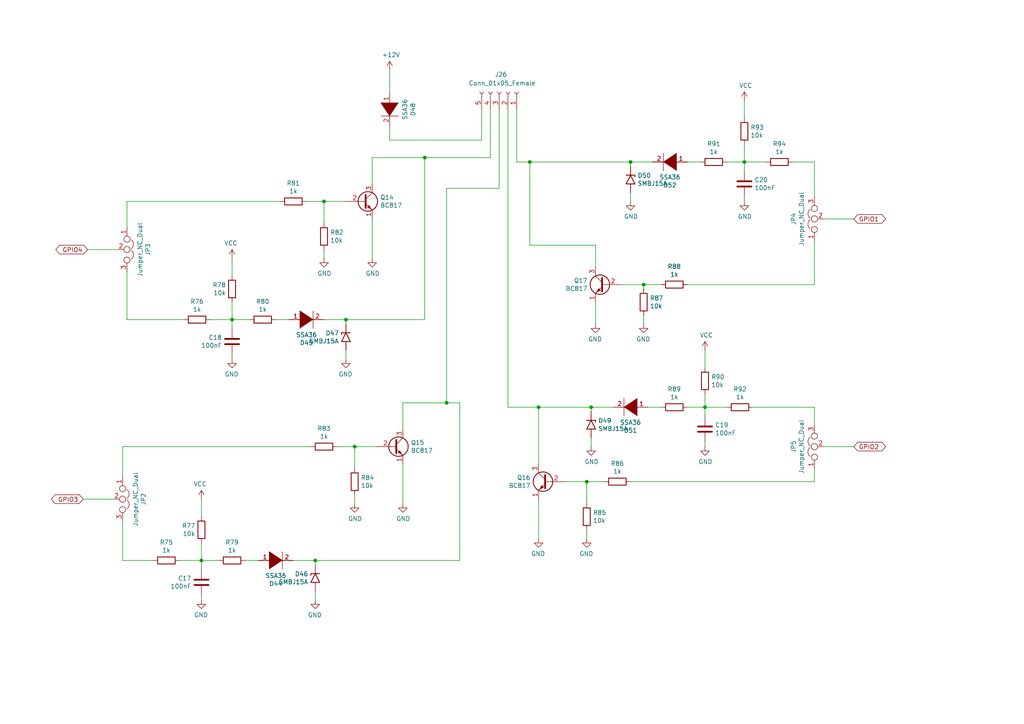
<source format=kicad_sch>
(kicad_sch (version 20211123) (generator eeschema)
  (paper "A4")
  (lib_symbols
    (symbol "Connector:Conn_01x05_Female" (pin_names (offset 1.016) hide)
      (property "Reference" "J" (at 0 7.62 0))
      (property "Value" "Conn_01x05_Female" (at 0 -7.62 0))
      (symbol "Conn_01x05_Female_1_1"
        (arc (start 0 -4.572) (mid -0.508 -5.08) (end 0 -5.588) (stroke (width 0.1524)))
        (arc (start 0 -2.032) (mid -0.508 -2.54) (end 0 -3.048) (stroke (width 0.1524)))
        (polyline (pts (xy -1.27 -5.08) (xy -0.508 -5.08)) (stroke (width 0.1524)))
        (polyline (pts (xy -1.27 -2.54) (xy -0.508 -2.54)) (stroke (width 0.1524)))
        (polyline (pts (xy -1.27 0) (xy -0.508 0)) (stroke (width 0.1524)))
        (polyline (pts (xy -1.27 2.54) (xy -0.508 2.54)) (stroke (width 0.1524)))
        (polyline (pts (xy -1.27 5.08) (xy -0.508 5.08)) (stroke (width 0.1524)))
        (arc (start 0 0.508) (mid -0.508 0) (end 0 -0.508) (stroke (width 0.1524)))
        (arc (start 0 3.048) (mid -0.508 2.54) (end 0 2.032) (stroke (width 0.1524)))
        (arc (start 0 5.588) (mid -0.508 5.08) (end 0 4.572) (stroke (width 0.1524)))
        (pin passive line (at -5.08 5.08 0) (length 3.81) (name "Pin_1") (number "1"))
        (pin passive line (at -5.08 2.54 0) (length 3.81) (name "Pin_2") (number "2"))
        (pin passive line (at -5.08 0 0) (length 3.81) (name "Pin_3") (number "3"))
        (pin passive line (at -5.08 -2.54 0) (length 3.81) (name "Pin_4") (number "4"))
        (pin passive line (at -5.08 -5.08 0) (length 3.81) (name "Pin_5") (number "5"))
      )
    )
    (symbol "Device:C" (pin_numbers hide) (pin_names (offset 0.254))
      (property "Reference" "C" (at 0.635 2.54 0))
      (property "Value" "C" (at 0.635 -2.54 0))
      (symbol "C_0_1"
        (polyline (pts (xy -2.032 -0.762) (xy 2.032 -0.762)) (stroke (width 0.508)))
        (polyline (pts (xy -2.032 0.762) (xy 2.032 0.762)) (stroke (width 0.508)))
      )
      (symbol "C_1_1"
        (pin passive line (at 0 3.81 270) (length 2.794) (name "~") (number "1"))
        (pin passive line (at 0 -3.81 90) (length 2.794) (name "~") (number "2"))
      )
    )
    (symbol "Device:Jumper_NC_Dual" (pin_names (offset 0.762) hide)
      (property "Reference" "JP" (at 1.27 -2.54 0))
      (property "Value" "Device_Jumper_NC_Dual" (at 0 2.54 0))
      (symbol "Jumper_NC_Dual_0_1"
        (circle (center -3.048 0) (radius 0.889))
        (arc (start -0.254 1.27) (mid -1.524 1.8804) (end -2.794 1.27))
        (circle (center 0 0) (radius 0.9144))
        (arc (start 2.794 1.27) (mid 1.524 1.8804) (end 0.254 1.27))
        (circle (center 3.048 0) (radius 0.889))
        (pin passive line (at -6.35 0 0) (length 2.413) (name "1") (number "1"))
        (pin passive line (at 0 -2.54 90) (length 1.524) (name "2") (number "2"))
        (pin passive line (at 6.35 0 180) (length 2.413) (name "3") (number "3"))
      )
    )
    (symbol "Device:R" (pin_numbers hide) (pin_names (offset 0))
      (property "Reference" "R" (at 2.032 0 90))
      (property "Value" "R" (at 0 0 90))
      (symbol "R_0_1"
        (rectangle (start -1.016 -2.54) (end 1.016 2.54) (stroke (width 0.254)))
      )
      (symbol "R_1_1"
        (pin passive line (at 0 3.81 270) (length 1.27) (name "~") (number "1"))
        (pin passive line (at 0 -3.81 90) (length 1.27) (name "~") (number "2"))
      )
    )
    (symbol "Diode:SM6T15A" (pin_numbers hide) (pin_names (offset 1.016) hide)
      (property "Reference" "D" (at 0 2.54 0))
      (property "Value" "SM6T15A" (at 0 -2.54 0))
      (symbol "SM6T15A_0_1"
        (polyline (pts (xy -0.762 1.27) (xy -1.27 1.27) (xy -1.27 -1.27)) (stroke (width 0.254)))
        (polyline (pts (xy 1.27 1.27) (xy 1.27 -1.27) (xy -1.27 0) (xy 1.27 1.27)) (stroke (width 0.254)))
      )
      (symbol "SM6T15A_1_1"
        (pin passive line (at -3.81 0 0) (length 2.54) (name "A1") (number "1"))
        (pin passive line (at 3.81 0 180) (length 2.54) (name "A2") (number "2"))
      )
    )
    (symbol "Transistor_BJT:PN2222A" (pin_names (offset 0) hide)
      (property "Reference" "Q" (at 5.08 1.905 0))
      (property "Value" "PN2222A" (at 5.08 0 0))
      (symbol "PN2222A_0_1"
        (polyline (pts (xy 0 0) (xy 0.635 0)))
        (polyline (pts (xy 2.54 -2.54) (xy 0.635 -0.635)))
        (polyline (pts (xy 2.54 2.54) (xy 0.635 0.635)))
        (polyline (pts (xy 0.635 1.905) (xy 0.635 -1.905) (xy 0.635 -1.905)) (stroke (width 0.508)))
        (polyline (pts (xy 2.413 -2.413) (xy 1.905 -1.905) (xy 1.905 -1.905)))
        (polyline (pts (xy 1.143 -1.651) (xy 1.651 -1.143) (xy 2.159 -2.159) (xy 1.143 -1.651) (xy 1.143 -1.651)) (fill (type outline)))
        (circle (center 1.27 0) (radius 2.8194) (stroke (width 0.254)))
      )
      (symbol "PN2222A_1_1"
        (pin passive line (at 2.54 -5.08 90) (length 2.54) (name "E") (number "1"))
        (pin input line (at -5.08 0 0) (length 5.08) (name "B") (number "2"))
        (pin passive line (at 2.54 5.08 270) (length 2.54) (name "C") (number "3"))
      )
    )
    (symbol "power:+12V" (power) (pin_names (offset 0))
      (property "Value" "+12V" (at 0 3.556 0))
      (symbol "+12V_0_1"
        (polyline (pts (xy -0.762 1.27) (xy 0 2.54)))
        (polyline (pts (xy 0 0) (xy 0 2.54)))
        (polyline (pts (xy 0 2.54) (xy 0.762 1.27)))
      )
      (symbol "+12V_1_1"
        (pin power_in line (at 0 0 90) (length 0) hide (name "+12V") (number "1"))
      )
    )
    (symbol "power:GND" (power) (pin_names (offset 0))
      (property "Value" "GND" (at 0 -3.81 0))
      (symbol "GND_0_1"
        (polyline (pts (xy 0 0) (xy 0 -1.27) (xy 1.27 -1.27) (xy 0 -2.54) (xy -1.27 -1.27) (xy 0 -1.27)))
      )
      (symbol "GND_1_1"
        (pin power_in line (at 0 0 270) (length 0) hide (name "GND") (number "1"))
      )
    )
    (symbol "power:VCC" (power) (pin_names (offset 0))
      (property "Value" "VCC" (at 0 3.81 0))
      (symbol "VCC_0_1"
        (polyline (pts (xy -0.762 1.27) (xy 0 2.54)))
        (polyline (pts (xy 0 0) (xy 0 2.54)))
        (polyline (pts (xy 0 2.54) (xy 0.762 1.27)))
      )
      (symbol "VCC_1_1"
        (pin power_in line (at 0 0 90) (length 0) hide (name "VCC") (number "1"))
      )
    )
    (symbol "pspice:DIODE" (pin_names (offset 1.016) hide)
      (property "Reference" "D" (at 0 3.81 0))
      (property "Value" "DIODE" (at 0 -4.445 0))
      (symbol "DIODE_0_1"
        (polyline (pts (xy 1.905 2.54) (xy 1.905 -2.54)))
        (polyline (pts (xy -1.905 2.54) (xy -1.905 -2.54) (xy 1.905 0)) (fill (type outline)))
      )
      (symbol "DIODE_1_1"
        (pin input line (at -5.08 0 0) (length 3.81) (name "K") (number "1"))
        (pin input line (at 5.08 0 180) (length 3.81) (name "A") (number "2"))
      )
    )
  )
  (junction (at 171.45 118.11))
  (junction (at 102.87 129.54))
  (junction (at 153.67 46.99))
  (junction (at 204.47 118.11))
  (junction (at 91.44 162.56))
  (junction (at 186.69 82.55))
  (junction (at 123.19 45.72))
  (junction (at 182.88 46.99))
  (junction (at 100.33 92.71))
  (junction (at 93.98 58.42))
  (junction (at 129.54 116.84))
  (junction (at 215.9 46.99))
  (junction (at 156.21 118.11))
  (junction (at 67.31 92.71))
  (junction (at 58.42 162.56))
  (junction (at 170.18 139.7))
  (wire (pts (xy 204.47 114.3) (xy 204.47 118.11)))
  (wire (pts (xy 80.01 92.71) (xy 83.82 92.71)))
  (wire (pts (xy 236.22 139.7) (xy 236.22 135.89)))
  (wire (pts (xy 129.54 116.84) (xy 116.84 116.84)))
  (wire (pts (xy 97.79 129.54) (xy 102.87 129.54)))
  (wire (pts (xy 100.33 92.71) (xy 100.33 93.98)))
  (wire (pts (xy 144.78 54.61) (xy 129.54 54.61)))
  (wire (pts (xy 102.87 143.51) (xy 102.87 146.05)))
  (wire (pts (xy 93.98 58.42) (xy 100.33 58.42)))
  (wire (pts (xy 107.95 45.72) (xy 123.19 45.72)))
  (wire (pts (xy 236.22 82.55) (xy 236.22 69.85)))
  (wire (pts (xy 60.96 92.71) (xy 67.31 92.71)))
  (wire (pts (xy 247.65 63.5) (xy 238.76 63.5)))
  (wire (pts (xy 35.56 129.54) (xy 90.17 129.54)))
  (wire (pts (xy 71.12 162.56) (xy 74.93 162.56)))
  (wire (pts (xy 93.98 64.77) (xy 93.98 58.42)))
  (wire (pts (xy 172.72 87.63) (xy 172.72 93.98)))
  (wire (pts (xy 229.87 46.99) (xy 236.22 46.99)))
  (wire (pts (xy 123.19 45.72) (xy 142.24 45.72)))
  (wire (pts (xy 85.09 162.56) (xy 91.44 162.56)))
  (wire (pts (xy 133.35 162.56) (xy 133.35 116.84)))
  (wire (pts (xy 182.88 55.88) (xy 182.88 58.42)))
  (wire (pts (xy 177.8 118.11) (xy 171.45 118.11)))
  (wire (pts (xy 91.44 162.56) (xy 91.44 163.83)))
  (wire (pts (xy 170.18 146.05) (xy 170.18 139.7)))
  (wire (pts (xy 153.67 46.99) (xy 182.88 46.99)))
  (wire (pts (xy 58.42 162.56) (xy 58.42 165.1)))
  (wire (pts (xy 113.03 36.83) (xy 113.03 40.64)))
  (wire (pts (xy 218.44 118.11) (xy 236.22 118.11)))
  (wire (pts (xy 186.69 83.82) (xy 186.69 82.55)))
  (wire (pts (xy 100.33 92.71) (xy 123.19 92.71)))
  (wire (pts (xy 156.21 118.11) (xy 171.45 118.11)))
  (wire (pts (xy 81.28 58.42) (xy 36.83 58.42)))
  (wire (pts (xy 170.18 139.7) (xy 163.83 139.7)))
  (wire (pts (xy 67.31 87.63) (xy 67.31 92.71)))
  (wire (pts (xy 123.19 45.72) (xy 123.19 92.71)))
  (wire (pts (xy 102.87 135.89) (xy 102.87 129.54)))
  (wire (pts (xy 149.86 31.75) (xy 149.86 46.99)))
  (wire (pts (xy 147.32 118.11) (xy 156.21 118.11)))
  (wire (pts (xy 133.35 116.84) (xy 129.54 116.84)))
  (wire (pts (xy 88.9 58.42) (xy 93.98 58.42)))
  (wire (pts (xy 52.07 162.56) (xy 58.42 162.56)))
  (wire (pts (xy 67.31 92.71) (xy 72.39 92.71)))
  (wire (pts (xy 36.83 78.74) (xy 36.83 92.71)))
  (wire (pts (xy 35.56 129.54) (xy 35.56 138.43)))
  (wire (pts (xy 191.77 82.55) (xy 186.69 82.55)))
  (wire (pts (xy 107.95 63.5) (xy 107.95 74.93)))
  (wire (pts (xy 153.67 71.12) (xy 172.72 71.12)))
  (wire (pts (xy 247.65 129.54) (xy 238.76 129.54)))
  (wire (pts (xy 58.42 172.72) (xy 58.42 173.99)))
  (wire (pts (xy 142.24 45.72) (xy 142.24 31.75)))
  (wire (pts (xy 58.42 157.48) (xy 58.42 162.56)))
  (wire (pts (xy 139.7 40.64) (xy 139.7 31.75)))
  (wire (pts (xy 147.32 31.75) (xy 147.32 118.11)))
  (wire (pts (xy 116.84 116.84) (xy 116.84 124.46)))
  (wire (pts (xy 36.83 92.71) (xy 53.34 92.71)))
  (wire (pts (xy 170.18 153.67) (xy 170.18 156.21)))
  (wire (pts (xy 102.87 129.54) (xy 109.22 129.54)))
  (wire (pts (xy 189.23 46.99) (xy 182.88 46.99)))
  (wire (pts (xy 204.47 118.11) (xy 199.39 118.11)))
  (wire (pts (xy 182.88 46.99) (xy 182.88 48.26)))
  (wire (pts (xy 191.77 118.11) (xy 187.96 118.11)))
  (wire (pts (xy 156.21 144.78) (xy 156.21 156.21)))
  (wire (pts (xy 171.45 118.11) (xy 171.45 119.38)))
  (wire (pts (xy 222.25 46.99) (xy 215.9 46.99)))
  (wire (pts (xy 113.03 40.64) (xy 139.7 40.64)))
  (wire (pts (xy 204.47 118.11) (xy 204.47 120.65)))
  (wire (pts (xy 210.82 118.11) (xy 204.47 118.11)))
  (wire (pts (xy 203.2 46.99) (xy 199.39 46.99)))
  (wire (pts (xy 236.22 46.99) (xy 236.22 57.15)))
  (wire (pts (xy 67.31 102.87) (xy 67.31 104.14)))
  (wire (pts (xy 204.47 101.6) (xy 204.47 106.68)))
  (wire (pts (xy 144.78 31.75) (xy 144.78 54.61)))
  (wire (pts (xy 236.22 118.11) (xy 236.22 123.19)))
  (wire (pts (xy 35.56 151.13) (xy 35.56 162.56)))
  (wire (pts (xy 36.83 58.42) (xy 36.83 66.04)))
  (wire (pts (xy 215.9 29.21) (xy 215.9 34.29)))
  (wire (pts (xy 215.9 41.91) (xy 215.9 46.99)))
  (wire (pts (xy 215.9 46.99) (xy 210.82 46.99)))
  (wire (pts (xy 91.44 162.56) (xy 133.35 162.56)))
  (wire (pts (xy 24.13 144.78) (xy 33.02 144.78)))
  (wire (pts (xy 35.56 162.56) (xy 44.45 162.56)))
  (wire (pts (xy 172.72 71.12) (xy 172.72 77.47)))
  (wire (pts (xy 129.54 54.61) (xy 129.54 116.84)))
  (wire (pts (xy 204.47 128.27) (xy 204.47 129.54)))
  (wire (pts (xy 107.95 45.72) (xy 107.95 53.34)))
  (wire (pts (xy 58.42 144.78) (xy 58.42 149.86)))
  (wire (pts (xy 67.31 74.93) (xy 67.31 80.01)))
  (wire (pts (xy 199.39 82.55) (xy 236.22 82.55)))
  (wire (pts (xy 153.67 71.12) (xy 153.67 46.99)))
  (wire (pts (xy 93.98 72.39) (xy 93.98 74.93)))
  (wire (pts (xy 171.45 127) (xy 171.45 129.54)))
  (wire (pts (xy 58.42 162.56) (xy 63.5 162.56)))
  (wire (pts (xy 100.33 101.6) (xy 100.33 104.14)))
  (wire (pts (xy 149.86 46.99) (xy 153.67 46.99)))
  (wire (pts (xy 215.9 46.99) (xy 215.9 49.53)))
  (wire (pts (xy 91.44 171.45) (xy 91.44 173.99)))
  (wire (pts (xy 215.9 57.15) (xy 215.9 58.42)))
  (wire (pts (xy 175.26 139.7) (xy 170.18 139.7)))
  (wire (pts (xy 156.21 134.62) (xy 156.21 118.11)))
  (wire (pts (xy 182.88 139.7) (xy 236.22 139.7)))
  (wire (pts (xy 93.98 92.71) (xy 100.33 92.71)))
  (wire (pts (xy 186.69 82.55) (xy 180.34 82.55)))
  (wire (pts (xy 25.4 72.39) (xy 34.29 72.39)))
  (wire (pts (xy 116.84 134.62) (xy 116.84 146.05)))
  (wire (pts (xy 113.03 20.32) (xy 113.03 26.67)))
  (wire (pts (xy 67.31 92.71) (xy 67.31 95.25)))
  (wire (pts (xy 186.69 91.44) (xy 186.69 93.98)))
  (global_label "GPIO4" (shape bidirectional) (at 25.4 72.39 180) (property "Intersheet References" "${INTERSHEET_REFS}" (effects hide)))
  (global_label "GPIO3" (shape bidirectional) (at 24.13 144.78 180) (property "Intersheet References" "${INTERSHEET_REFS}" (effects hide)))
  (global_label "GPIO2" (shape bidirectional) (at 247.65 129.54 0) (property "Intersheet References" "${INTERSHEET_REFS}" (effects hide)))
  (global_label "GPIO1" (shape bidirectional) (at 247.65 63.5 0) (property "Intersheet References" "${INTERSHEET_REFS}" (effects hide)))
  (symbol (lib_id "power:VCC") (at 58.42 144.78 0) (mirror y) (unit 1)
    (property "Reference" "#PWR0108" (effects hide))
    (property "Value" "VCC" (at 58.039 140.3858 0))
  )
  (symbol (lib_id "Device:R") (at 48.26 162.56 90) (mirror x) (unit 1)
    (property "Reference" "R75" (at 48.26 157.3022 90))
    (property "Value" "1k" (at 48.26 159.6136 90))
    (property "Footprint" "Resistor_SMD:R_0805_2012Metric_Pad1.20x1.40mm_HandSolder" (effects hide))
  )
  (symbol (lib_id "Device:R") (at 58.42 153.67 0) (mirror x) (unit 1)
    (property "Reference" "R77" (at 56.642 152.5016 0) (effects (justify right)))
    (property "Value" "10k" (at 56.642 154.813 0) (effects (justify right)))
    (property "Footprint" "Resistor_SMD:R_0805_2012Metric_Pad1.20x1.40mm_HandSolder" (effects hide))
  )
  (symbol (lib_id "power:GND") (at 58.42 173.99 0) (mirror y) (unit 1)
    (property "Reference" "#PWR0109" (effects hide))
    (property "Value" "GND" (at 58.293 178.3842 0))
  )
  (symbol (lib_id "Device:C") (at 58.42 168.91 0) (mirror y) (unit 1)
    (property "Reference" "C17" (at 55.499 167.7416 0) (effects (justify left)))
    (property "Value" "100nF" (at 55.499 170.053 0) (effects (justify left)))
    (property "Footprint" "Resistor_SMD:R_0805_2012Metric_Pad1.20x1.40mm_HandSolder" (effects hide))
  )
  (symbol (lib_id "Device:R") (at 67.31 162.56 90) (mirror x) (unit 1)
    (property "Reference" "R79" (at 67.31 157.3022 90))
    (property "Value" "1k" (at 67.31 159.6136 90))
    (property "Footprint" "Resistor_SMD:R_0805_2012Metric_Pad1.20x1.40mm_HandSolder" (effects hide))
  )
  (symbol (lib_id "pspice:DIODE") (at 80.01 162.56 0) (mirror x) (unit 1)
    (property "Reference" "D44" (at 80.01 169.291 0))
    (property "Value" "SSA36" (at 80.01 166.9796 0))
    (property "Footprint" "diodes_perso:D_SMB_SSA36-Handsoldering" (effects hide))
  )
  (symbol (lib_id "power:GND") (at 91.44 173.99 0) (mirror y) (unit 1)
    (property "Reference" "#PWR0112" (effects hide))
    (property "Value" "GND" (at 91.313 178.3842 0))
  )
  (symbol (lib_id "Diode:SM6T15A") (at 91.44 167.64 90) (mirror x) (unit 1)
    (property "Reference" "D46" (at 89.408 166.4716 90) (effects (justify left)))
    (property "Value" "SMBJ15A" (at 89.408 168.783 90) (effects (justify left)))
    (property "Footprint" "Diode_SMD:D_SMB_Handsoldering" (effects hide))
    (property "Datasheet" "https://www.st.com/resource/en/datasheet/sm6t.pdf" (effects hide))
  )
  (symbol (lib_id "pspice:DIODE") (at 113.03 31.75 270) (unit 1)
    (property "Reference" "D48" (at 119.761 31.75 0))
    (property "Value" "SSA36" (at 117.4496 31.75 0))
    (property "Footprint" "diodes_perso:D_SMB_SSA36-Handsoldering" (effects hide))
  )
  (symbol (lib_id "power:GND") (at 170.18 156.21 0) (mirror y) (unit 1)
    (property "Reference" "#PWR0120" (effects hide))
    (property "Value" "GND" (at 170.053 160.6042 0))
  )
  (symbol (lib_id "power:GND") (at 156.21 156.21 0) (mirror y) (unit 1)
    (property "Reference" "#PWR0119" (effects hide))
    (property "Value" "GND" (at 156.083 160.6042 0))
  )
  (symbol (lib_id "Device:R") (at 179.07 139.7 90) (mirror x) (unit 1)
    (property "Reference" "R86" (at 179.07 134.4422 90))
    (property "Value" "1k" (at 179.07 136.7536 90))
    (property "Footprint" "Resistor_SMD:R_0805_2012Metric_Pad1.20x1.40mm_HandSolder" (effects hide))
  )
  (symbol (lib_id "Device:R") (at 170.18 149.86 0) (mirror y) (unit 1)
    (property "Reference" "R85" (at 171.958 148.6916 0) (effects (justify right)))
    (property "Value" "10k" (at 171.958 151.003 0) (effects (justify right)))
    (property "Footprint" "Resistor_SMD:R_0805_2012Metric_Pad1.20x1.40mm_HandSolder" (effects hide))
  )
  (symbol (lib_id "Transistor_BJT:PN2222A") (at 158.75 139.7 0) (mirror y) (unit 1)
    (property "Reference" "Q16" (at 153.8986 138.5316 0) (effects (justify left)))
    (property "Value" "BC817" (at 153.8986 140.843 0) (effects (justify left)))
    (property "Footprint" "packages_SO_perso:SOT-23.-BC817kicad_mod" (effects hide))
    (property "Datasheet" "https://www.onsemi.com/pub/Collateral/PN2222-D.PDF" (effects hide))
  )
  (symbol (lib_id "power:GND") (at 102.87 146.05 0) (unit 1)
    (property "Reference" "#PWR0115" (effects hide))
    (property "Value" "GND" (at 102.997 150.4442 0))
  )
  (symbol (lib_id "power:GND") (at 116.84 146.05 0) (unit 1)
    (property "Reference" "#PWR0118" (effects hide))
    (property "Value" "GND" (at 116.967 150.4442 0))
  )
  (symbol (lib_id "Device:R") (at 93.98 129.54 270) (unit 1)
    (property "Reference" "R83" (at 93.98 124.2822 90))
    (property "Value" "1k" (at 93.98 126.5936 90))
    (property "Footprint" "Resistor_SMD:R_0805_2012Metric_Pad1.20x1.40mm_HandSolder" (effects hide))
  )
  (symbol (lib_id "Device:R") (at 102.87 139.7 0) (unit 1)
    (property "Reference" "R84" (at 104.648 138.5316 0) (effects (justify left)))
    (property "Value" "10k" (at 104.648 140.843 0) (effects (justify left)))
    (property "Footprint" "Resistor_SMD:R_0805_2012Metric_Pad1.20x1.40mm_HandSolder" (effects hide))
  )
  (symbol (lib_id "Transistor_BJT:PN2222A") (at 114.3 129.54 0) (unit 1)
    (property "Reference" "Q15" (at 119.1514 128.3716 0) (effects (justify left)))
    (property "Value" "BC817" (at 119.1514 130.683 0) (effects (justify left)))
    (property "Footprint" "packages_SO_perso:SOT-23.-BC817kicad_mod" (effects hide))
    (property "Datasheet" "https://www.onsemi.com/pub/Collateral/PN2222-D.PDF" (effects hide))
  )
  (symbol (lib_id "power:+12V") (at 113.03 20.32 0) (unit 1)
    (property "Reference" "#PWR0117" (effects hide))
    (property "Value" "+12V" (at 113.411 15.9258 0))
  )
  (symbol (lib_id "Connector:Conn_01x05_Female") (at 144.78 26.67 270) (mirror x) (unit 1)
    (property "Reference" "J26" (at 143.51 21.59 90) (effects (justify left)))
    (property "Value" "Conn_01x05_Female" (at 135.89 24.13 90) (effects (justify left)))
    (property "Footprint" "connectors:conn-5pts-P5mm" (effects hide))
  )
  (symbol (lib_id "power:GND") (at 93.98 74.93 0) (unit 1)
    (property "Reference" "#PWR0113" (effects hide))
    (property "Value" "GND" (at 94.107 79.3242 0))
  )
  (symbol (lib_id "power:GND") (at 107.95 74.93 0) (unit 1)
    (property "Reference" "#PWR0116" (effects hide))
    (property "Value" "GND" (at 108.077 79.3242 0))
  )
  (symbol (lib_id "Device:R") (at 85.09 58.42 270) (unit 1)
    (property "Reference" "R81" (at 85.09 53.1622 90))
    (property "Value" "1k" (at 85.09 55.4736 90))
    (property "Footprint" "Resistor_SMD:R_0805_2012Metric_Pad1.20x1.40mm_HandSolder" (effects hide))
  )
  (symbol (lib_id "Device:R") (at 93.98 68.58 0) (unit 1)
    (property "Reference" "R82" (at 95.758 67.4116 0) (effects (justify left)))
    (property "Value" "10k" (at 95.758 69.723 0) (effects (justify left)))
    (property "Footprint" "Resistor_SMD:R_0805_2012Metric_Pad1.20x1.40mm_HandSolder" (effects hide))
  )
  (symbol (lib_id "Transistor_BJT:PN2222A") (at 105.41 58.42 0) (unit 1)
    (property "Reference" "Q14" (at 110.2614 57.2516 0) (effects (justify left)))
    (property "Value" "BC817" (at 110.2614 59.563 0) (effects (justify left)))
    (property "Footprint" "packages_SO_perso:SOT-23.-BC817kicad_mod" (effects hide))
    (property "Datasheet" "https://www.onsemi.com/pub/Collateral/PN2222-D.PDF" (effects hide))
  )
  (symbol (lib_id "power:VCC") (at 67.31 74.93 0) (mirror y) (unit 1)
    (property "Reference" "#PWR0110" (effects hide))
    (property "Value" "VCC" (at 66.929 70.5358 0))
  )
  (symbol (lib_id "Device:R") (at 57.15 92.71 90) (mirror x) (unit 1)
    (property "Reference" "R76" (at 57.15 87.4522 90))
    (property "Value" "1k" (at 57.15 89.7636 90))
    (property "Footprint" "Resistor_SMD:R_0805_2012Metric_Pad1.20x1.40mm_HandSolder" (effects hide))
  )
  (symbol (lib_id "Device:R") (at 67.31 83.82 0) (mirror x) (unit 1)
    (property "Reference" "R78" (at 65.532 82.6516 0) (effects (justify right)))
    (property "Value" "10k" (at 65.532 84.963 0) (effects (justify right)))
    (property "Footprint" "Resistor_SMD:R_0805_2012Metric_Pad1.20x1.40mm_HandSolder" (effects hide))
  )
  (symbol (lib_id "power:GND") (at 67.31 104.14 0) (mirror y) (unit 1)
    (property "Reference" "#PWR0111" (effects hide))
    (property "Value" "GND" (at 67.183 108.5342 0))
  )
  (symbol (lib_id "Device:C") (at 67.31 99.06 0) (mirror y) (unit 1)
    (property "Reference" "C18" (at 64.389 97.8916 0) (effects (justify left)))
    (property "Value" "100nF" (at 64.389 100.203 0) (effects (justify left)))
    (property "Footprint" "Resistor_SMD:R_0805_2012Metric_Pad1.20x1.40mm_HandSolder" (effects hide))
  )
  (symbol (lib_id "Device:R") (at 76.2 92.71 90) (mirror x) (unit 1)
    (property "Reference" "R80" (at 76.2 87.4522 90))
    (property "Value" "1k" (at 76.2 89.7636 90))
    (property "Footprint" "Resistor_SMD:R_0805_2012Metric_Pad1.20x1.40mm_HandSolder" (effects hide))
  )
  (symbol (lib_id "pspice:DIODE") (at 88.9 92.71 0) (mirror x) (unit 1)
    (property "Reference" "D45" (at 88.9 99.441 0))
    (property "Value" "SSA36" (at 88.9 97.1296 0))
    (property "Footprint" "diodes_perso:D_SMB_SSA36-Handsoldering" (effects hide))
  )
  (symbol (lib_id "power:GND") (at 100.33 104.14 0) (mirror y) (unit 1)
    (property "Reference" "#PWR0114" (effects hide))
    (property "Value" "GND" (at 100.203 108.5342 0))
  )
  (symbol (lib_id "Diode:SM6T15A") (at 100.33 97.79 90) (mirror x) (unit 1)
    (property "Reference" "D47" (at 98.298 96.6216 90) (effects (justify left)))
    (property "Value" "SMBJ15A" (at 98.298 98.933 90) (effects (justify left)))
    (property "Footprint" "Diode_SMD:D_SMB_Handsoldering" (effects hide))
    (property "Datasheet" "https://www.st.com/resource/en/datasheet/sm6t.pdf" (effects hide))
  )
  (symbol (lib_id "Diode:SM6T15A") (at 171.45 123.19 270) (unit 1)
    (property "Reference" "D49" (at 173.482 122.0216 90) (effects (justify left)))
    (property "Value" "SMBJ15A" (at 173.482 124.333 90) (effects (justify left)))
    (property "Footprint" "Diode_SMD:D_SMB_Handsoldering" (effects hide))
    (property "Datasheet" "https://www.st.com/resource/en/datasheet/sm6t.pdf" (effects hide))
  )
  (symbol (lib_id "power:GND") (at 171.45 129.54 0) (unit 1)
    (property "Reference" "#PWR0121" (effects hide))
    (property "Value" "GND" (at 171.577 133.9342 0))
  )
  (symbol (lib_id "pspice:DIODE") (at 182.88 118.11 180) (unit 1)
    (property "Reference" "D51" (at 182.88 124.841 0))
    (property "Value" "SSA36" (at 182.88 122.5296 0))
    (property "Footprint" "diodes_perso:D_SMB_SSA36-Handsoldering" (effects hide))
  )
  (symbol (lib_id "Device:R") (at 195.58 118.11 270) (unit 1)
    (property "Reference" "R89" (at 195.58 112.8522 90))
    (property "Value" "1k" (at 195.58 115.1636 90))
    (property "Footprint" "Resistor_SMD:R_0805_2012Metric_Pad1.20x1.40mm_HandSolder" (effects hide))
  )
  (symbol (lib_id "Device:C") (at 204.47 124.46 0) (unit 1)
    (property "Reference" "C19" (at 207.391 123.2916 0) (effects (justify left)))
    (property "Value" "100nF" (at 207.391 125.603 0) (effects (justify left)))
    (property "Footprint" "Resistor_SMD:R_0805_2012Metric_Pad1.20x1.40mm_HandSolder" (effects hide))
  )
  (symbol (lib_id "power:GND") (at 204.47 129.54 0) (unit 1)
    (property "Reference" "#PWR0126" (effects hide))
    (property "Value" "GND" (at 204.597 133.9342 0))
  )
  (symbol (lib_id "Device:R") (at 204.47 110.49 180) (unit 1)
    (property "Reference" "R90" (at 206.248 109.3216 0) (effects (justify right)))
    (property "Value" "10k" (at 206.248 111.633 0) (effects (justify right)))
    (property "Footprint" "Resistor_SMD:R_0805_2012Metric_Pad1.20x1.40mm_HandSolder" (effects hide))
  )
  (symbol (lib_id "Device:R") (at 214.63 118.11 270) (unit 1)
    (property "Reference" "R92" (at 214.63 112.8522 90))
    (property "Value" "1k" (at 214.63 115.1636 90))
    (property "Footprint" "Resistor_SMD:R_0805_2012Metric_Pad1.20x1.40mm_HandSolder" (effects hide))
  )
  (symbol (lib_id "power:VCC") (at 204.47 101.6 0) (unit 1)
    (property "Reference" "#PWR0125" (effects hide))
    (property "Value" "VCC" (at 204.851 97.2058 0))
  )
  (symbol (lib_id "power:GND") (at 186.69 93.98 0) (mirror y) (unit 1)
    (property "Reference" "#PWR0124" (effects hide))
    (property "Value" "GND" (at 186.563 98.3742 0))
  )
  (symbol (lib_id "power:GND") (at 172.72 93.98 0) (mirror y) (unit 1)
    (property "Reference" "#PWR0122" (effects hide))
    (property "Value" "GND" (at 172.593 98.3742 0))
  )
  (symbol (lib_id "Device:R") (at 195.58 82.55 90) (mirror x) (unit 1)
    (property "Reference" "R88" (at 195.58 77.2922 90))
    (property "Value" "1k" (at 195.58 79.6036 90))
    (property "Footprint" "Resistor_SMD:R_0805_2012Metric_Pad1.20x1.40mm_HandSolder" (effects hide))
  )
  (symbol (lib_id "Device:R") (at 186.69 87.63 0) (mirror y) (unit 1)
    (property "Reference" "R87" (at 188.468 86.4616 0) (effects (justify right)))
    (property "Value" "10k" (at 188.468 88.773 0) (effects (justify right)))
    (property "Footprint" "Resistor_SMD:R_0805_2012Metric_Pad1.20x1.40mm_HandSolder" (effects hide))
  )
  (symbol (lib_id "Transistor_BJT:PN2222A") (at 175.26 82.55 0) (mirror y) (unit 1)
    (property "Reference" "Q17" (at 170.4086 81.3816 0) (effects (justify left)))
    (property "Value" "BC817" (at 170.4086 83.693 0) (effects (justify left)))
    (property "Footprint" "packages_SO_perso:SOT-23.-BC817kicad_mod" (effects hide))
    (property "Datasheet" "https://www.onsemi.com/pub/Collateral/PN2222-D.PDF" (effects hide))
  )
  (symbol (lib_id "Diode:SM6T15A") (at 182.88 52.07 270) (unit 1)
    (property "Reference" "D50" (at 184.912 50.9016 90) (effects (justify left)))
    (property "Value" "SMBJ15A" (at 184.912 53.213 90) (effects (justify left)))
    (property "Footprint" "Diode_SMD:D_SMB_Handsoldering" (effects hide))
    (property "Datasheet" "https://www.st.com/resource/en/datasheet/sm6t.pdf" (effects hide))
  )
  (symbol (lib_id "power:GND") (at 182.88 58.42 0) (unit 1)
    (property "Reference" "#PWR0123" (effects hide))
    (property "Value" "GND" (at 183.007 62.8142 0))
  )
  (symbol (lib_id "pspice:DIODE") (at 194.31 46.99 180) (unit 1)
    (property "Reference" "D52" (at 194.31 53.721 0))
    (property "Value" "SSA36" (at 194.31 51.4096 0))
    (property "Footprint" "diodes_perso:D_SMB_SSA36-Handsoldering" (effects hide))
  )
  (symbol (lib_id "Device:R") (at 207.01 46.99 270) (unit 1)
    (property "Reference" "R91" (at 207.01 41.7322 90))
    (property "Value" "1k" (at 207.01 44.0436 90))
    (property "Footprint" "Resistor_SMD:R_0805_2012Metric_Pad1.20x1.40mm_HandSolder" (effects hide))
  )
  (symbol (lib_id "Device:C") (at 215.9 53.34 0) (unit 1)
    (property "Reference" "C20" (at 218.821 52.1716 0) (effects (justify left)))
    (property "Value" "100nF" (at 218.821 54.483 0) (effects (justify left)))
    (property "Footprint" "Resistor_SMD:R_0805_2012Metric_Pad1.20x1.40mm_HandSolder" (effects hide))
  )
  (symbol (lib_id "power:GND") (at 215.9 58.42 0) (unit 1)
    (property "Reference" "#PWR0128" (effects hide))
    (property "Value" "GND" (at 216.027 62.8142 0))
  )
  (symbol (lib_id "Device:R") (at 215.9 38.1 180) (unit 1)
    (property "Reference" "R93" (at 217.678 36.9316 0) (effects (justify right)))
    (property "Value" "10k" (at 217.678 39.243 0) (effects (justify right)))
    (property "Footprint" "Resistor_SMD:R_0805_2012Metric_Pad1.20x1.40mm_HandSolder" (effects hide))
  )
  (symbol (lib_id "Device:R") (at 226.06 46.99 270) (unit 1)
    (property "Reference" "R94" (at 226.06 41.7322 90))
    (property "Value" "1k" (at 226.06 44.0436 90))
    (property "Footprint" "Resistor_SMD:R_0805_2012Metric_Pad1.20x1.40mm_HandSolder" (effects hide))
  )
  (symbol (lib_id "power:VCC") (at 215.9 29.21 0) (unit 1)
    (property "Reference" "#PWR0127" (effects hide))
    (property "Value" "VCC" (at 216.281 24.8158 0))
  )
  (symbol (lib_id "Device:Jumper_NC_Dual") (at 236.22 63.5 90) (unit 1)
    (property "Reference" "JP4" (at 230.1494 63.5 0))
    (property "Value" "Jumper_NC_Dual" (at 232.4608 63.5 0))
    (property "Footprint" "Connector_PinHeader_2.54mm:PinHeader_1x03_P2.54mm_Vertical" (effects hide))
  )
  (symbol (lib_id "Device:Jumper_NC_Dual") (at 36.83 72.39 270) (unit 1)
    (property "Reference" "JP3" (at 42.9006 72.39 0))
    (property "Value" "Jumper_NC_Dual" (at 40.5892 72.39 0))
    (property "Footprint" "Connector_PinHeader_2.54mm:PinHeader_1x03_P2.54mm_Vertical" (effects hide))
  )
  (symbol (lib_id "Device:Jumper_NC_Dual") (at 35.56 144.78 270) (unit 1)
    (property "Reference" "JP2" (at 41.6306 144.78 0))
    (property "Value" "Jumper_NC_Dual" (at 39.3192 144.78 0))
    (property "Footprint" "Connector_PinHeader_2.54mm:PinHeader_1x03_P2.54mm_Vertical" (effects hide))
  )
  (symbol (lib_id "Device:Jumper_NC_Dual") (at 236.22 129.54 90) (unit 1)
    (property "Reference" "JP5" (at 230.1494 129.54 0))
    (property "Value" "Jumper_NC_Dual" (at 232.4608 129.54 0))
    (property "Footprint" "Connector_PinHeader_2.54mm:PinHeader_1x03_P2.54mm_Vertical" (effects hide))
  )
)
</source>
